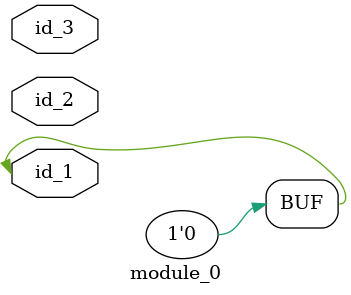
<source format=v>
`define pp_3 0
`define pp_4 0
`timescale 1ps / 1 ps
`define pp_5 0
module module_0 (
    id_1,
    id_2,
    id_3
);
  inout id_3;
  input id_2;
  inout id_1;
  assign id_1 = 1'h0;
endmodule
`timescale 1ps / 1ps

</source>
